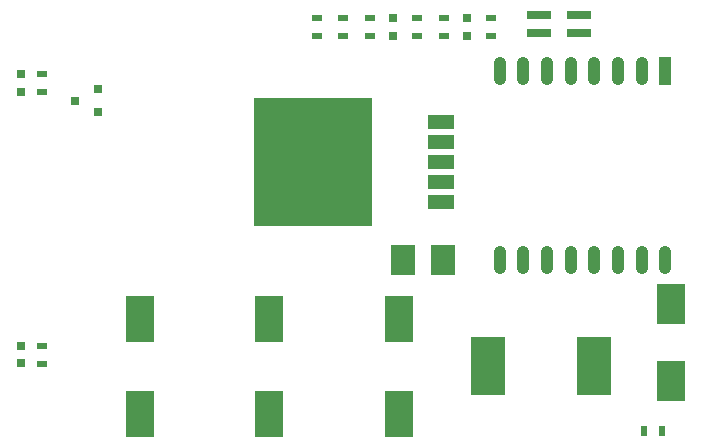
<source format=gtp>
G04 #@! TF.FileFunction,Paste,Top*
%FSLAX45Y45*%
G04 Gerber Fmt 4.5, Leading zero omitted, Abs format (unit mm)*
G04 Created by KiCad (PCBNEW (after 2015-may-01 BZR unknown)-product) date 21-May-15 9:37:35 AM*
%MOMM*%
G01*
G04 APERTURE LIST*
%ADD10C,0.100000*%
%ADD11R,0.900000X0.500000*%
%ADD12R,2.286000X1.143000*%
%ADD13R,9.999980X10.800080*%
%ADD14R,2.400300X3.500120*%
%ADD15R,2.400300X4.000500*%
%ADD16R,2.000000X2.500000*%
%ADD17R,0.797560X0.797560*%
%ADD18R,0.500000X0.900000*%
%ADD19R,2.000000X0.700000*%
%ADD20R,1.100000X2.400000*%
%ADD21O,1.100000X2.400000*%
%ADD22R,3.000000X5.000000*%
%ADD23R,0.800100X0.800100*%
G04 APERTURE END LIST*
D10*
D11*
X10250000Y-8200000D03*
X10250000Y-8050000D03*
D12*
X10450000Y-9439852D03*
D13*
X9370500Y-9269926D03*
D12*
X10450000Y-9100000D03*
X10450000Y-9269926D03*
X10450000Y-9610032D03*
X10450000Y-8929820D03*
D14*
X12400000Y-11125120D03*
X12400000Y-10474880D03*
D15*
X10100000Y-11400050D03*
X10100000Y-10599950D03*
X9000000Y-11400050D03*
X9000000Y-10599950D03*
X7900000Y-11400050D03*
X7900000Y-10599950D03*
D16*
X10130000Y-10100000D03*
X10470000Y-10100000D03*
D17*
X6900000Y-8674930D03*
X6900000Y-8525070D03*
X6900000Y-10825070D03*
X6900000Y-10974930D03*
X10675000Y-8050070D03*
X10675000Y-8199930D03*
X10050000Y-8199930D03*
X10050000Y-8050070D03*
D18*
X12325000Y-11550000D03*
X12175000Y-11550000D03*
D11*
X7075000Y-8525000D03*
X7075000Y-8675000D03*
X7075000Y-10975000D03*
X7075000Y-10825000D03*
X9400000Y-8050000D03*
X9400000Y-8200000D03*
X10875000Y-8200000D03*
X10875000Y-8050000D03*
X9850000Y-8200000D03*
X9850000Y-8050000D03*
X9625000Y-8200000D03*
X9625000Y-8050000D03*
X10475000Y-8200000D03*
X10475000Y-8050000D03*
D19*
X11620000Y-8025000D03*
X11620000Y-8175000D03*
X11280000Y-8175000D03*
X11280000Y-8025000D03*
D20*
X12350000Y-8500000D03*
D21*
X12150000Y-8500000D03*
X11950000Y-8500000D03*
X11750000Y-8500000D03*
X11550000Y-8500000D03*
X11350000Y-8500000D03*
X11150000Y-8500000D03*
X10950000Y-8500000D03*
X10950000Y-10100000D03*
X11150000Y-10100000D03*
X11350000Y-10100000D03*
X11550000Y-10100000D03*
X11750000Y-10100000D03*
X11950000Y-10100000D03*
X12150000Y-10100000D03*
X12350000Y-10100000D03*
D22*
X11750000Y-11000000D03*
X10850000Y-11000000D03*
D23*
X7550076Y-8845000D03*
X7550076Y-8655000D03*
X7350178Y-8750000D03*
M02*

</source>
